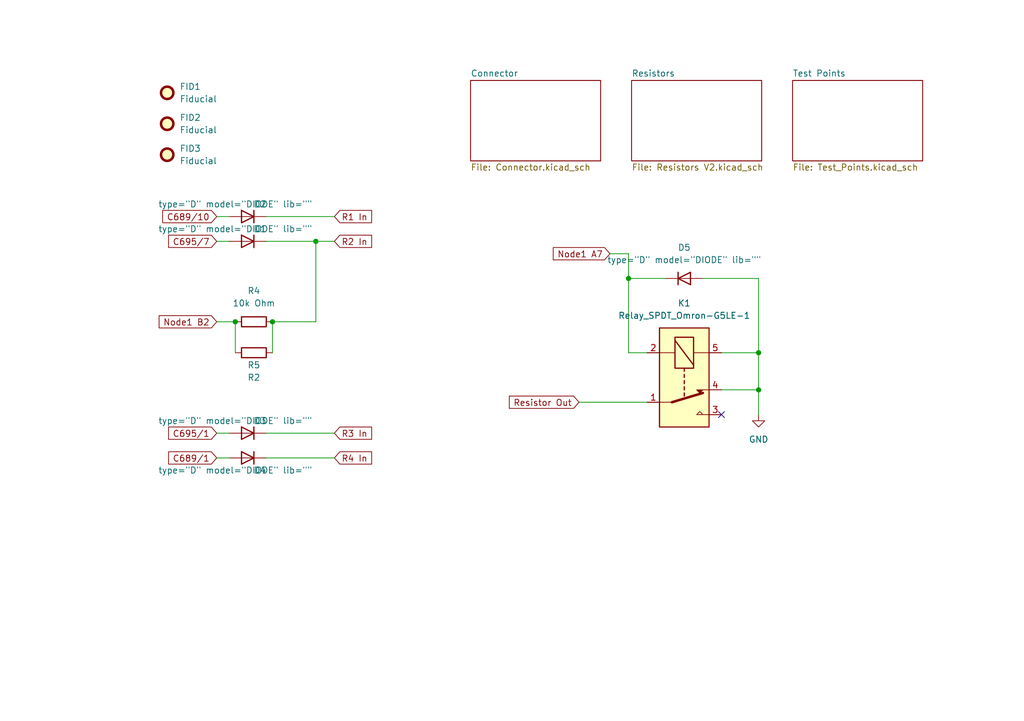
<source format=kicad_sch>
(kicad_sch (version 20211123) (generator eeschema)
  (paper "A5")
  (title_block (title "EHGN-5000-E") (date "2022-02-23") (rev "E") (company "BusTech"))
  (lib_symbols
    (symbol "Device:R" (pin_numbers hide) (pin_names (offset 0))
      (property "Reference" "R" (at 2.032 0 90))
      (property "Value" "R" (at 0 0 90))
      (symbol "R_0_1"
        (rectangle (start -1.016 -2.54) (end 1.016 2.54) (stroke (width 0.254)))
      )
      (symbol "R_1_1"
        (pin passive line (at 0 3.81 270) (length 1.27) (name "~") (number "1"))
        (pin passive line (at 0 -3.81 90) (length 1.27) (name "~") (number "2"))
      )
    )
    (symbol "Diode:1N4001" (pin_numbers hide) (pin_names (offset 1.016) hide)
      (property "Reference" "D" (at 0 2.54 0))
      (property "Value" "1N4001" (at 0 -2.54 0))
      (symbol "1N4001_0_1"
        (polyline (pts (xy -1.27 1.27) (xy -1.27 -1.27)) (stroke (width 0.254)))
        (polyline (pts (xy 1.27 0) (xy -1.27 0)))
        (polyline (pts (xy 1.27 1.27) (xy 1.27 -1.27) (xy -1.27 0) (xy 1.27 1.27)) (stroke (width 0.254)))
      )
      (symbol "1N4001_1_1"
        (pin passive line (at -3.81 0 0) (length 2.54) (name "K") (number "1"))
        (pin passive line (at 3.81 0 180) (length 2.54) (name "A") (number "2"))
      )
    )
    (symbol "Mechanical:Fiducial"
      (property "Reference" "FID" (at 0 5.08 0))
      (property "Value" "Fiducial" (at 0 3.175 0))
      (symbol "Fiducial_0_1"
        (circle (center 0 0) (radius 1.27) (stroke (width 0.508)) (fill (type background)))
      )
    )
    (symbol "Relay:G5LE-1"
      (property "Reference" "K" (at 11.43 3.81 0))
      (property "Value" "G5LE-1" (at 11.43 1.27 0))
      (symbol "G5LE-1_0_0"
        (polyline (pts (xy 7.62 5.08) (xy 7.62 2.54) (xy 6.985 3.175) (xy 7.62 3.81)))
      )
      (symbol "G5LE-1_0_1"
        (rectangle (start -10.16 5.08) (end 10.16 -5.08) (stroke (width 0.254)) (fill (type background)))
        (rectangle (start -8.255 1.905) (end -1.905 -1.905) (stroke (width 0.254)))
        (polyline (pts (xy -7.62 -1.905) (xy -2.54 1.905)) (stroke (width 0.254)))
        (polyline (pts (xy -5.08 -5.08) (xy -5.08 -1.905)))
        (polyline (pts (xy -5.08 5.08) (xy -5.08 1.905)))
        (polyline (pts (xy -1.905 0) (xy -1.27 0)) (stroke (width 0.254)))
        (polyline (pts (xy -0.635 0) (xy 0 0)) (stroke (width 0.254)))
        (polyline (pts (xy 0.635 0) (xy 1.27 0)) (stroke (width 0.254)))
        (polyline (pts (xy 1.905 0) (xy 2.54 0)) (stroke (width 0.254)))
        (polyline (pts (xy 3.175 0) (xy 3.81 0)) (stroke (width 0.254)))
        (polyline (pts (xy 5.08 -2.54) (xy 3.175 3.81)) (stroke (width 0.508)))
        (polyline (pts (xy 5.08 -2.54) (xy 5.08 -5.08)))
        (polyline (pts (xy 2.54 5.08) (xy 2.54 2.54) (xy 3.175 3.175) (xy 2.54 3.81)) (fill (type outline)))
      )
      (symbol "G5LE-1_1_1"
        (pin passive line (at 5.08 -7.62 90) (length 2.54) (name "~") (number "1"))
        (pin passive line (at -5.08 -7.62 90) (length 2.54) (name "~") (number "2"))
        (pin passive line (at 7.62 7.62 270) (length 2.54) (name "~") (number "3"))
        (pin passive line (at 2.54 7.62 270) (length 2.54) (name "~") (number "4"))
        (pin passive line (at -5.08 7.62 270) (length 2.54) (name "~") (number "5"))
      )
    )
    (symbol "power:GND" (power) (pin_names (offset 0))
      (property "Value" "GND" (at 0 -3.81 0))
      (symbol "GND_0_1"
        (polyline (pts (xy 0 0) (xy 0 -1.27) (xy 1.27 -1.27) (xy 0 -2.54) (xy -1.27 -1.27) (xy 0 -1.27)))
      )
      (symbol "GND_1_1"
        (pin power_in line (at 0 0 270) (length 0) hide (name "GND") (number "1"))
      )
    )
  )
  (junction (at 155.575 72.39))
  (junction (at 155.575 80.01))
  (junction (at 128.905 57.15))
  (junction (at 48.26 66.04))
  (junction (at 64.77 49.53))
  (junction (at 55.88 66.04))
  (no_connect (at 147.955 85.09))
  (wire (pts (xy 54.61 88.9) (xy 68.58 88.9)))
  (wire (pts (xy 147.955 72.39) (xy 155.575 72.39)))
  (wire (pts (xy 128.905 57.15) (xy 128.905 72.39)))
  (wire (pts (xy 64.77 49.53) (xy 68.58 49.53)))
  (wire (pts (xy 55.88 66.04) (xy 55.88 72.39)))
  (wire (pts (xy 48.26 66.04) (xy 48.26 72.39)))
  (wire (pts (xy 128.905 72.39) (xy 132.715 72.39)))
  (wire (pts (xy 155.575 57.15) (xy 155.575 72.39)))
  (wire (pts (xy 155.575 80.01) (xy 155.575 85.09)))
  (wire (pts (xy 54.61 93.98) (xy 68.58 93.98)))
  (wire (pts (xy 118.745 82.55) (xy 132.715 82.55)))
  (wire (pts (xy 55.88 66.04) (xy 64.77 66.04)))
  (wire (pts (xy 54.61 44.45) (xy 68.58 44.45)))
  (wire (pts (xy 144.145 57.15) (xy 155.575 57.15)))
  (wire (pts (xy 44.45 66.04) (xy 48.26 66.04)))
  (wire (pts (xy 44.45 49.53) (xy 46.99 49.53)))
  (wire (pts (xy 64.77 49.53) (xy 64.77 66.04)))
  (wire (pts (xy 136.525 57.15) (xy 128.905 57.15)))
  (wire (pts (xy 44.45 44.45) (xy 46.99 44.45)))
  (wire (pts (xy 147.955 80.01) (xy 155.575 80.01)))
  (wire (pts (xy 54.61 49.53) (xy 64.77 49.53)))
  (wire (pts (xy 155.575 72.39) (xy 155.575 80.01)))
  (wire (pts (xy 125.095 52.07) (xy 128.905 52.07)))
  (wire (pts (xy 44.45 93.98) (xy 46.99 93.98)))
  (wire (pts (xy 128.905 52.07) (xy 128.905 57.15)))
  (wire (pts (xy 44.45 88.9) (xy 46.99 88.9)))
  (global_label "C689{slash}10" (shape input) (at 44.45 44.45 180) (property "Intersheet References" "${INTERSHEET_REFS}" (effects hide)))
  (global_label "Node1 A7" (shape input) (at 125.095 52.07 180) (property "Intersheet References" "${INTERSHEET_REFS}" (effects hide)))
  (global_label "R3 In" (shape input) (at 68.58 88.9 0) (property "Intersheet References" "${INTERSHEET_REFS}" (effects hide)))
  (global_label "R2 In" (shape input) (at 68.58 49.53 0) (property "Intersheet References" "${INTERSHEET_REFS}" (effects hide)))
  (global_label "C695{slash}7" (shape input) (at 44.45 49.53 180) (property "Intersheet References" "${INTERSHEET_REFS}" (effects hide)))
  (global_label "C695{slash}1" (shape input) (at 44.45 88.9 180) (property "Intersheet References" "${INTERSHEET_REFS}" (effects hide)))
  (global_label "Node1 B2" (shape input) (at 44.45 66.04 180) (property "Intersheet References" "${INTERSHEET_REFS}" (effects hide)))
  (global_label "C689{slash}1" (shape input) (at 44.45 93.98 180) (property "Intersheet References" "${INTERSHEET_REFS}" (effects hide)))
  (global_label "Resistor Out" (shape input) (at 118.745 82.55 180) (property "Intersheet References" "${INTERSHEET_REFS}" (effects hide)))
  (global_label "R4 In" (shape input) (at 68.58 93.98 0) (property "Intersheet References" "${INTERSHEET_REFS}" (effects hide)))
  (global_label "R1 In" (shape input) (at 68.58 44.45 0) (property "Intersheet References" "${INTERSHEET_REFS}" (effects hide)))
  (symbol (lib_id "Relay:G5LE-1") (at 140.335 77.47 270) (unit 1)
    (property "Reference" "K1" (at 140.335 62.23 90))
    (property "Value" "Relay_SPDT_Omron-G5LE-1" (at 140.335 64.77 90))
    (property "Footprint" "Relay_THT:Relay_SPDT_Omron-G5LE-1" (effects hide))
    (property "Datasheet" "https://au.mouser.com/ProductDetail/Omron-Electronics/G5LE-14-36-DC24?qs=2K1uG8uKHjlXGNAH%2Fnb4xw%3D%3D" (effects hide))
    (property "MPN" "G5LE-14-36 DC24" (effects hide))
  )
  (symbol (lib_id "Diode:1N4001") (at 50.8 44.45 0) (mirror y) (unit 1)
    (property "Reference" "D2" (at 53.34 41.91 0))
    (property "Value" "DIODE" (at 48.26 41.91 0))
    (property "Footprint" "Diode_SMD:D_SMA" (effects hide))
    (property "Datasheet" "https://au.mouser.com/ProductDetail/Panjit/GS1G_R1_00001?qs=sPbYRqrBIVm5sSmlICtiPA%3D%3D" (effects hide))
    (property "MPN" "GS1G_R1_00001" (effects hide))
    (property "Spice_Netlist_Enabled" "Y" (effects hide))
    (property "Spice_Primitive" "D" (effects hide))
  )
  (symbol (lib_id "Device:R") (at 52.07 66.04 90) (unit 1)
    (property "Reference" "R4" (at 52.07 59.69 90))
    (property "Value" "10k Ohm" (at 52.07 62.23 90))
    (property "Footprint" "Resistor_SMD:R_1206_3216Metric" (effects hide))
    (property "Datasheet" "https://au.mouser.com/ProductDetail/Bourns/CR1206-JW-113ELF?qs=0vKJQHc%252BWYN6ZaNp39IQVg%3D%3D" (effects hide))
    (property "MPN" "CR0805-JW-103ELF" (effects hide))
  )
  (symbol (lib_id "Mechanical:Fiducial") (at 34.29 19.05 0) (unit 1) (in_bom no)
    (property "Reference" "FID1" (at 36.83 17.7799 0) (effects (justify left)))
    (property "Value" "Fiducial" (at 36.83 20.3199 0) (effects (justify left)))
    (property "Footprint" "Fiducial:Fiducial_0.5mm_Mask1.5mm" (effects hide))
  )
  (symbol (lib_id "Diode:1N4001") (at 50.8 49.53 0) (mirror y) (unit 1)
    (property "Reference" "D1" (at 53.34 46.99 0))
    (property "Value" "DIODE" (at 48.26 46.99 0))
    (property "Footprint" "Diode_SMD:D_SMA" (effects hide))
    (property "Datasheet" "https://au.mouser.com/ProductDetail/Panjit/GS1G_R1_00001?qs=sPbYRqrBIVm5sSmlICtiPA%3D%3D" (effects hide))
    (property "MPN" "GS1G_R1_00001" (effects hide))
    (property "Spice_Netlist_Enabled" "Y" (effects hide))
    (property "Spice_Primitive" "D" (effects hide))
  )
  (symbol (lib_id "Diode:1N4001") (at 50.8 88.9 0) (mirror y) (unit 1)
    (property "Reference" "D3" (at 53.34 86.36 0))
    (property "Value" "DIODE" (at 48.26 86.36 0))
    (property "Footprint" "Diode_SMD:D_SMA" (effects hide))
    (property "Datasheet" "https://au.mouser.com/ProductDetail/Panjit/GS1G_R1_00001?qs=sPbYRqrBIVm5sSmlICtiPA%3D%3D" (effects hide))
    (property "MPN" "GS1G_R1_00001" (effects hide))
    (property "Spice_Netlist_Enabled" "Y" (effects hide))
    (property "Spice_Primitive" "D" (effects hide))
  )
  (symbol (lib_id "Diode:1N4001") (at 50.8 93.98 0) (mirror y) (unit 1)
    (property "Reference" "D4" (at 53.34 96.52 0))
    (property "Value" "DIODE" (at 48.26 96.52 0))
    (property "Footprint" "Diode_SMD:D_SMA" (effects hide))
    (property "Datasheet" "https://au.mouser.com/ProductDetail/Panjit/GS1G_R1_00001?qs=sPbYRqrBIVm5sSmlICtiPA%3D%3D" (effects hide))
    (property "MPN" "GS1G_R1_00001" (effects hide))
    (property "Spice_Netlist_Enabled" "Y" (effects hide))
    (property "Spice_Primitive" "D" (effects hide))
  )
  (symbol (lib_id "Mechanical:Fiducial") (at 34.29 31.75 0) (unit 1) (in_bom no)
    (property "Reference" "FID3" (at 36.83 30.4799 0) (effects (justify left)))
    (property "Value" "Fiducial" (at 36.83 33.0199 0) (effects (justify left)))
    (property "Footprint" "Fiducial:Fiducial_0.5mm_Mask1.5mm" (effects hide))
  )
  (symbol (lib_id "Mechanical:Fiducial") (at 34.29 25.4 0) (unit 1) (in_bom no)
    (property "Reference" "FID2" (at 36.83 24.1299 0) (effects (justify left)))
    (property "Value" "Fiducial" (at 36.83 26.6699 0) (effects (justify left)))
    (property "Footprint" "Fiducial:Fiducial_0.5mm_Mask1.5mm" (effects hide))
  )
  (symbol (lib_id "power:GND") (at 155.575 85.09 0) (unit 1)
    (property "Reference" "#PWR02" (effects hide))
    (property "Value" "GND" (at 155.575 90.17 0))
  )
  (symbol (lib_id "Diode:1N4001") (at 140.335 57.15 0) (mirror x) (unit 1)
    (property "Reference" "D5" (at 140.335 50.8 0))
    (property "Value" "DIODE" (at 140.335 53.34 0))
    (property "Footprint" "Diode_SMD:D_SMA" (effects hide))
    (property "Datasheet" "https://au.mouser.com/ProductDetail/Panjit/GS1G_R1_00001?qs=sPbYRqrBIVm5sSmlICtiPA%3D%3D" (effects hide))
    (property "MPN" "GS1G_R1_00001" (effects hide))
    (property "Spice_Netlist_Enabled" "Y" (effects hide))
    (property "Spice_Primitive" "D" (effects hide))
  )
  (symbol (lib_id "Device:R") (at 52.07 72.39 90) (unit 1) (in_bom no)
    (property "Reference" "R5" (at 52.07 74.93 90))
    (property "Value" "R2" (at 52.07 77.47 90))
    (property "Footprint" "Resistor_THT:R_Axial_DIN0309_L9.0mm_D3.2mm_P15.24mm_Horizontal" (effects hide))
  )
  (sheet (at 96.52 16.51) (size 26.67 16.51) (stroke (width 0.1524))
    (property "Sheet name" "Connector" (at 96.52 15.7984 0) (effects (justify left bottom)))
    (property "Sheet file" "Connector.kicad_sch" (at 96.52 33.6046 0) (effects (justify left top)))
  )
  (sheet (at 129.54 16.51) (size 26.67 16.51) (stroke (width 0.1524))
    (property "Sheet name" "Resistors" (at 129.54 15.7984 0) (effects (justify left bottom)))
    (property "Sheet file" "Resistors V2.kicad_sch" (at 129.54 33.6046 0) (effects (justify left top)))
  )
  (sheet (at 162.56 16.51) (size 26.67 16.51) (stroke (width 0.1524))
    (property "Sheet name" "Test Points" (at 162.56 15.7984 0) (effects (justify left bottom)))
    (property "Sheet file" "Test_Points.kicad_sch" (at 162.56 33.6046 0) (effects (justify left top)))
  )
)
</source>
